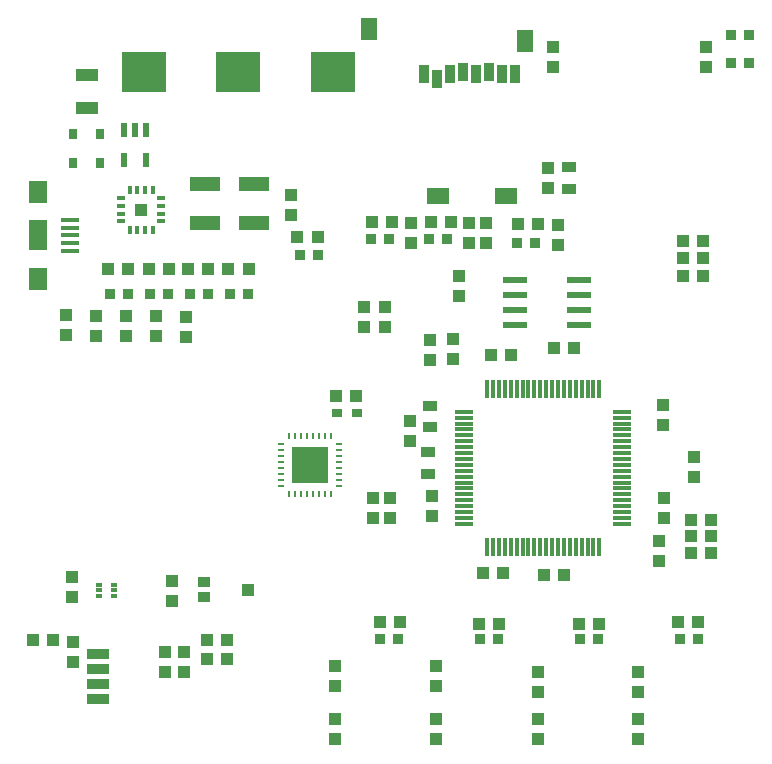
<source format=gbr>
%TF.GenerationSoftware,Novarm,DipTrace,3.2.0.1*%
%TF.CreationDate,2017-11-17T22:28:03-08:00*%
%FSLAX26Y26*%
%MOIN*%
%TF.FileFunction,Paste,Top*%
%TF.Part,Single*%
%AMOUTLINE0*
4,1,4,
-0.049213,-0.023622,
0.049213,-0.023622,
0.049213,0.023622,
-0.049213,0.023622,
-0.049213,-0.023622,
0*%
%AMOUTLINE1*
4,1,4,
-0.012402,-0.016339,
0.012402,-0.016339,
0.012402,0.016339,
-0.012402,0.016339,
-0.012402,-0.016339,
0*%
%AMOUTLINE2*
4,1,4,
-0.035433,0.019685,
-0.035433,-0.019685,
0.035433,-0.019685,
0.035433,0.019685,
-0.035433,0.019685,
0*%
%AMOUTLINE3*
4,1,4,
-0.028543,0.007874,
-0.028543,-0.007874,
0.028543,-0.007874,
0.028543,0.007874,
-0.028543,0.007874,
0*%
%AMOUTLINE4*
4,1,4,
-0.029528,0.035433,
-0.029528,-0.035433,
0.029528,-0.035433,
0.029528,0.035433,
-0.029528,0.035433,
0*%
%AMOUTLINE5*
4,1,4,
-0.029528,0.049213,
-0.029528,-0.049213,
0.029528,-0.049213,
0.029528,0.049213,
-0.029528,0.049213,
0*%
%AMOUTLINE7*
4,1,4,
-0.023622,0.015748,
-0.023622,-0.015748,
0.023622,-0.015748,
0.023622,0.015748,
-0.023622,0.015748,
0*%
%AMOUTLINE8*
4,1,4,
0.023622,-0.015748,
0.023622,0.015748,
-0.023622,0.015748,
-0.023622,-0.015748,
0.023622,-0.015748,
0*%
%AMOUTLINE9*
4,1,4,
-0.015748,0.015748,
-0.015748,-0.015748,
0.015748,-0.015748,
0.015748,0.015748,
-0.015748,0.015748,
0*%
%AMOUTLINE10*
4,1,4,
0.015748,0.029528,
-0.015748,0.029528,
-0.015748,-0.029528,
0.015748,-0.029528,
0.015748,0.029528,
0*%
%AMOUTLINE11*
4,1,4,
0.035433,0.027559,
-0.035433,0.027559,
-0.035433,-0.027559,
0.035433,-0.027559,
0.035433,0.027559,
0*%
%AMOUTLINE12*
4,1,4,
0.027559,0.037402,
-0.027559,0.037402,
-0.027559,-0.037402,
0.027559,-0.037402,
0.027559,0.037402,
0*%
%AMOUTLINE13*
4,1,4,
0.00689,-0.01378,
0.00689,0.01378,
-0.00689,0.01378,
-0.00689,-0.01378,
0.00689,-0.01378,
0*%
%AMOUTLINE14*
4,1,4,
0.01378,0.00689,
-0.01378,0.00689,
-0.01378,-0.00689,
0.01378,-0.00689,
0.01378,0.00689,
0*%
%AMOUTLINE15*
4,1,4,
-0.00689,0.01378,
-0.00689,-0.01378,
0.00689,-0.01378,
0.00689,0.01378,
-0.00689,0.01378,
0*%
%AMOUTLINE16*
4,1,4,
-0.01378,-0.00689,
0.01378,-0.00689,
0.01378,0.00689,
-0.01378,0.00689,
-0.01378,-0.00689,
0*%
%AMOUTLINE17*
4,1,4,
0.019685,-0.019685,
0.019685,0.019685,
-0.019685,0.019685,
-0.019685,-0.019685,
0.019685,-0.019685,
0*%
%AMOUTLINE18*
4,1,4,
-0.010827,-0.023622,
0.010827,-0.023622,
0.010827,0.023622,
-0.010827,0.023622,
-0.010827,-0.023622,
0*%
%AMOUTLINE19*
4,1,4,
0.021654,0.015748,
-0.021654,0.015748,
-0.021654,-0.015748,
0.021654,-0.015748,
0.021654,0.015748,
0*%
%AMOUTLINE20*
4,1,4,
0.021654,0.019685,
-0.021654,0.019685,
-0.021654,-0.019685,
0.021654,-0.019685,
0.021654,0.019685,
0*%
%AMOUTLINE21*
4,1,4,
0.035433,-0.015748,
0.035433,0.015748,
-0.035433,0.015748,
-0.035433,-0.015748,
0.035433,-0.015748,
0*%
%AMOUTLINE22*
4,1,4,
-0.009843,0.005906,
-0.009843,-0.005906,
0.009843,-0.005906,
0.009843,0.005906,
-0.009843,0.005906,
0*%
%ADD21R,0.043307X0.03937*%
%ADD22R,0.03937X0.043307*%
%ADD35R,0.062992X0.011811*%
%ADD36R,0.011811X0.062992*%
%ADD37R,0.07874X0.023622*%
%ADD64R,0.119953X0.119953*%
%ADD66O,0.025465X0.003811*%
%ADD68O,0.003811X0.025465*%
%ADD74R,0.011685X0.003811*%
%ADD76R,0.003811X0.011685*%
%ADD94R,0.035307X0.03137*%
%ADD96R,0.14948X0.133732*%
%ADD100OUTLINE0*%
%ADD101OUTLINE1*%
%ADD102OUTLINE2*%
%ADD103OUTLINE3*%
%ADD104OUTLINE4*%
%ADD105OUTLINE5*%
%ADD107OUTLINE7*%
%ADD108OUTLINE8*%
%ADD109OUTLINE9*%
%ADD110OUTLINE10*%
%ADD111OUTLINE11*%
%ADD112OUTLINE12*%
%ADD113OUTLINE13*%
%ADD114OUTLINE14*%
%ADD115OUTLINE15*%
%ADD116OUTLINE16*%
%ADD117OUTLINE17*%
%ADD118OUTLINE18*%
%ADD119OUTLINE19*%
%ADD120OUTLINE20*%
%ADD121OUTLINE21*%
%ADD122OUTLINE22*%
G75*
G01*
%LPD*%
D96*
X1456500Y2694000D3*
X1141539D3*
X826579D3*
D21*
X2050424Y1750382D3*
X1983495D3*
X1956664Y1025306D3*
X2023593D3*
D22*
X2562749Y1209625D3*
Y1276554D3*
D21*
X2228182Y1019197D3*
X2161253D3*
D22*
X2559625Y1519000D3*
Y1585929D3*
X1787749Y1281500D3*
Y1214571D3*
X1715875Y1465871D3*
Y1532801D3*
X1647003Y1275156D3*
Y1208227D3*
X1590752Y1275156D3*
Y1208227D3*
D100*
X1031470Y2322129D3*
Y2192207D3*
X1193987Y2322129D3*
Y2192207D3*
D21*
X2193811Y1775367D3*
X2260740D3*
D22*
X1319000Y2284625D3*
Y2217696D3*
X1877465Y2014965D3*
Y1948035D3*
D21*
X1037752Y800249D3*
X1104681D3*
X1103378Y737749D3*
X1036449D3*
D22*
X587749Y944000D3*
Y1010929D3*
X589982Y796243D3*
Y729314D3*
X2175437Y2375448D3*
Y2308518D3*
D21*
X1469000Y1615875D3*
X1535929D3*
D101*
X590875Y2487751D3*
X681427D3*
X590875Y2390875D3*
X681427D3*
D102*
X637751Y2575251D3*
Y2685487D3*
G36*
X503745Y2330701D2*
X444756D1*
Y2259807D1*
X503745D1*
Y2330701D1*
G37*
G36*
X488001Y2179758D2*
X460474D1*
Y2120687D1*
X488001D1*
Y2179758D1*
G37*
G36*
X503745Y2040637D2*
X444756D1*
Y1969743D1*
X503745D1*
Y2040637D1*
G37*
D103*
X581500Y2150251D3*
Y2175841D3*
Y2099070D3*
Y2124659D3*
D104*
X474217Y2295329D3*
Y2005172D3*
D105*
Y2150251D3*
D103*
X581500Y2201430D3*
D107*
X1775398Y1356591D3*
Y1427457D3*
D108*
X1781647Y1581614D3*
Y1510748D3*
D107*
X2244194Y2306690D3*
Y2377556D3*
D109*
X1407251Y2083751D3*
X1348196D3*
X908583Y1956501D3*
X849528D3*
X775251D3*
X716196D3*
X1175249D3*
X1116194D3*
X1041916D3*
X982861D3*
X2675249Y806500D3*
X2616194D3*
X2341916D3*
X2282861D3*
X2008584D3*
X1949529D3*
X1675251D3*
X1616196D3*
X1837902Y2137923D3*
X1778846D3*
X1644131D3*
X1585076D3*
X2131682Y2125421D3*
X2072627D3*
X2844000Y2725251D3*
X2784945D3*
X2844000Y2819000D3*
X2784945D3*
D110*
X1762749Y2687749D3*
X1806056Y2672001D3*
X1849364Y2687749D3*
X1892671Y2695623D3*
X1935978Y2687749D3*
X1979285Y2695623D3*
X2022592Y2687749D3*
X2065899D3*
D111*
X2034009Y2282238D3*
X1809600D3*
D112*
X1579285Y2839324D3*
X2097001Y2799954D3*
D22*
X1781654Y1736257D3*
Y1803186D3*
X1856654Y1737881D3*
Y1804810D3*
D21*
X1339677Y2144173D3*
X1406606D3*
D22*
X1631500Y1912751D3*
Y1845822D3*
X1969165Y2125421D3*
Y2192350D3*
X969000Y1812751D3*
Y1879680D3*
X869000Y1815875D3*
Y1882804D3*
X769000Y1814571D3*
Y1881500D3*
X669000Y1815875D3*
Y1882804D3*
X2544226Y1131567D3*
Y1064638D3*
X569000Y1884625D3*
Y1817696D3*
D21*
X843738Y2037751D3*
X910667D3*
X708320D3*
X775249D3*
D22*
X1562751Y1912751D3*
Y1845822D3*
D21*
X1109625Y2037751D3*
X1176554D3*
X975251D3*
X1042180D3*
X2675249Y862749D3*
X2608320D3*
X2344000Y856500D3*
X2277071D3*
X2012751D3*
X1945822D3*
X1681500Y862749D3*
X1614571D3*
D22*
X1912741Y2125249D3*
Y2192178D3*
D21*
X1783311Y2194000D3*
X1850240D3*
D22*
X1718991Y2125249D3*
Y2192178D3*
D21*
X1587739Y2194000D3*
X1654668D3*
D22*
X2206690Y2119171D3*
Y2186100D3*
D21*
X2075427Y2187928D3*
X2142356D3*
D22*
X1465073Y714995D3*
Y648066D3*
X1802609Y714995D3*
Y648066D3*
X2141972Y696243D3*
Y629314D3*
X2475469Y694031D3*
Y627102D3*
X2140144Y537765D3*
Y470836D3*
X1802609Y537765D3*
Y470836D3*
X2475469Y537765D3*
Y470836D3*
X1465073Y537765D3*
Y470836D3*
D21*
X456507Y800282D3*
X523436D3*
D22*
X962810Y762778D3*
Y695849D3*
X897175Y762778D3*
Y695849D3*
D21*
X2650249Y1203375D3*
X2717178D3*
X2650251Y1147125D3*
X2717180D3*
X2650249Y1090875D3*
X2717178D3*
X2625251Y2131500D3*
X2692180D3*
X2625252Y2075251D3*
X2692181D3*
X2625488Y2016034D3*
X2692417D3*
D22*
X920157Y930713D3*
Y997642D3*
X2702466Y2777465D3*
Y2710535D3*
X2662988Y1412846D3*
Y1345917D3*
X2189963Y2710546D3*
Y2777475D3*
D94*
X1469911Y1557411D3*
X1536840D3*
D35*
X1894984Y1562749D3*
Y1543064D3*
Y1523379D3*
Y1503694D3*
Y1484009D3*
Y1464324D3*
Y1444639D3*
Y1424954D3*
Y1405269D3*
Y1385584D3*
Y1365899D3*
Y1346214D3*
Y1326529D3*
Y1306844D3*
Y1287159D3*
Y1267474D3*
Y1247789D3*
Y1228104D3*
Y1208419D3*
Y1188734D3*
D36*
X1971756Y1111962D3*
X1991441D3*
X2011126D3*
X2030811D3*
X2050496D3*
X2070181D3*
X2089866D3*
X2109551D3*
X2129236D3*
X2148921D3*
X2168606D3*
X2188291D3*
X2207976D3*
X2227661D3*
X2247346D3*
X2267031D3*
X2286717D3*
X2306402D3*
X2326087D3*
X2345772D3*
D35*
X2422543Y1188734D3*
Y1208419D3*
Y1228104D3*
Y1247789D3*
Y1267474D3*
Y1287159D3*
Y1306844D3*
Y1326529D3*
Y1346214D3*
Y1365899D3*
Y1385584D3*
Y1405269D3*
Y1424954D3*
Y1444639D3*
Y1464324D3*
Y1484009D3*
Y1503694D3*
Y1523379D3*
Y1543064D3*
Y1562749D3*
D36*
X2345772Y1639521D3*
X2326087D3*
X2306402D3*
X2286717D3*
X2267031D3*
X2247346D3*
X2227661D3*
X2207976D3*
X2188291D3*
X2168606D3*
X2148921D3*
X2129236D3*
X2109551D3*
X2089866D3*
X2070181D3*
X2050496D3*
X2030811D3*
X2011126D3*
X1991441D3*
X1971756D3*
D113*
X856500Y2303375D3*
X830909D3*
X805319D3*
X779728D3*
D114*
X750201Y2273848D3*
Y2248257D3*
Y2222667D3*
Y2197076D3*
D115*
X779728Y2167549D3*
X805319D3*
X830909D3*
X856500D3*
D116*
X886028Y2197076D3*
Y2222667D3*
Y2248257D3*
Y2273848D3*
D117*
X818114Y2235462D3*
D118*
X834625Y2503375D3*
X797223D3*
X759822D3*
Y2401005D3*
X834625D3*
D37*
X2065875Y2003375D3*
Y1953375D3*
Y1903375D3*
Y1853375D3*
X2278474D3*
Y1903375D3*
Y1953375D3*
Y2003375D3*
D76*
X1281593Y812783D3*
X1261908D3*
X1242223D3*
X1222538D3*
X1202853D3*
D74*
X1193010Y783256D3*
Y763571D3*
Y743886D3*
D76*
X1222538Y714358D3*
X1242223D3*
X1261908D3*
X1281593D3*
D74*
X1291436Y743886D3*
Y763571D3*
Y783256D3*
D76*
X1202853Y714358D3*
D119*
X1028375Y944000D3*
D120*
X1175226Y969984D3*
D119*
X1028375Y995181D3*
D121*
X675280Y756528D3*
Y606528D3*
Y656528D3*
Y706528D3*
D122*
X728375Y947126D3*
Y966811D3*
Y986496D3*
X676407D3*
Y966811D3*
Y947126D3*
D68*
X1450816Y1481230D3*
X1431131D3*
X1411446D3*
X1391761D3*
X1372076D3*
X1352391D3*
X1332706D3*
X1313021D3*
D66*
X1285462Y1453671D3*
Y1433986D3*
Y1414301D3*
Y1394615D3*
Y1374930D3*
Y1355245D3*
Y1335560D3*
Y1315875D3*
D68*
X1313021Y1288316D3*
X1332706D3*
X1352391D3*
X1372076D3*
X1391761D3*
X1411446D3*
X1431131D3*
X1450816D3*
D66*
X1478375Y1315875D3*
Y1335560D3*
Y1355245D3*
Y1374930D3*
Y1394615D3*
Y1414301D3*
Y1433986D3*
Y1453671D3*
D64*
X1381919Y1384773D3*
M02*

</source>
